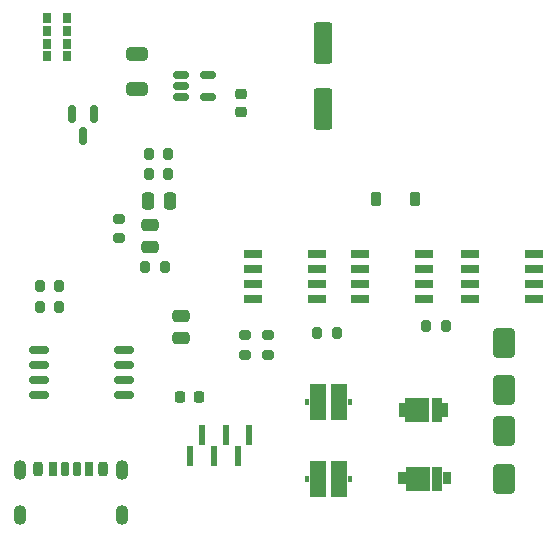
<source format=gbr>
%TF.GenerationSoftware,KiCad,Pcbnew,9.0.0*%
%TF.CreationDate,2025-03-05T18:06:52-05:00*%
%TF.ProjectId,LumiGuard,4c756d69-4775-4617-9264-2e6b69636164,Ing.IsmelArab*%
%TF.SameCoordinates,Original*%
%TF.FileFunction,Paste,Top*%
%TF.FilePolarity,Positive*%
%FSLAX46Y46*%
G04 Gerber Fmt 4.6, Leading zero omitted, Abs format (unit mm)*
G04 Created by KiCad (PCBNEW 9.0.0) date 2025-03-05 18:06:52*
%MOMM*%
%LPD*%
G01*
G04 APERTURE LIST*
G04 Aperture macros list*
%AMRoundRect*
0 Rectangle with rounded corners*
0 $1 Rounding radius*
0 $2 $3 $4 $5 $6 $7 $8 $9 X,Y pos of 4 corners*
0 Add a 4 corners polygon primitive as box body*
4,1,4,$2,$3,$4,$5,$6,$7,$8,$9,$2,$3,0*
0 Add four circle primitives for the rounded corners*
1,1,$1+$1,$2,$3*
1,1,$1+$1,$4,$5*
1,1,$1+$1,$6,$7*
1,1,$1+$1,$8,$9*
0 Add four rect primitives between the rounded corners*
20,1,$1+$1,$2,$3,$4,$5,0*
20,1,$1+$1,$4,$5,$6,$7,0*
20,1,$1+$1,$6,$7,$8,$9,0*
20,1,$1+$1,$8,$9,$2,$3,0*%
G04 Aperture macros list end*
%ADD10RoundRect,0.250000X-0.475000X0.250000X-0.475000X-0.250000X0.475000X-0.250000X0.475000X0.250000X0*%
%ADD11RoundRect,0.200000X0.200000X0.275000X-0.200000X0.275000X-0.200000X-0.275000X0.200000X-0.275000X0*%
%ADD12RoundRect,0.218750X-0.218750X-0.256250X0.218750X-0.256250X0.218750X0.256250X-0.218750X0.256250X0*%
%ADD13RoundRect,0.200000X-0.200000X-0.275000X0.200000X-0.275000X0.200000X0.275000X-0.200000X0.275000X0*%
%ADD14RoundRect,0.150000X-0.150000X0.587500X-0.150000X-0.587500X0.150000X-0.587500X0.150000X0.587500X0*%
%ADD15RoundRect,0.218750X-0.256250X0.218750X-0.256250X-0.218750X0.256250X-0.218750X0.256250X0.218750X0*%
%ADD16RoundRect,0.225000X-0.225000X-0.375000X0.225000X-0.375000X0.225000X0.375000X-0.225000X0.375000X0*%
%ADD17RoundRect,0.175000X-0.175000X-0.425000X0.175000X-0.425000X0.175000X0.425000X-0.175000X0.425000X0*%
%ADD18RoundRect,0.190000X0.190000X0.410000X-0.190000X0.410000X-0.190000X-0.410000X0.190000X-0.410000X0*%
%ADD19RoundRect,0.200000X0.200000X0.400000X-0.200000X0.400000X-0.200000X-0.400000X0.200000X-0.400000X0*%
%ADD20RoundRect,0.175000X0.175000X0.425000X-0.175000X0.425000X-0.175000X-0.425000X0.175000X-0.425000X0*%
%ADD21RoundRect,0.190000X-0.190000X-0.410000X0.190000X-0.410000X0.190000X0.410000X-0.190000X0.410000X0*%
%ADD22RoundRect,0.200000X-0.200000X-0.400000X0.200000X-0.400000X0.200000X0.400000X-0.200000X0.400000X0*%
%ADD23O,1.100000X1.700000*%
%ADD24RoundRect,0.162500X-0.650000X-0.162500X0.650000X-0.162500X0.650000X0.162500X-0.650000X0.162500X0*%
%ADD25R,1.525000X0.650000*%
%ADD26R,2.120000X2.100000*%
%ADD27R,0.920000X2.100000*%
%ADD28R,0.700000X1.122500*%
%ADD29R,0.760000X1.135000*%
%ADD30RoundRect,0.250000X-0.650000X0.325000X-0.650000X-0.325000X0.650000X-0.325000X0.650000X0.325000X0*%
%ADD31RoundRect,0.200000X0.275000X-0.200000X0.275000X0.200000X-0.275000X0.200000X-0.275000X-0.200000X0*%
%ADD32R,0.600000X1.750000*%
%ADD33RoundRect,0.250000X-0.650000X1.000000X-0.650000X-1.000000X0.650000X-1.000000X0.650000X1.000000X0*%
%ADD34R,0.725000X0.900000*%
%ADD35R,1.325000X3.150000*%
%ADD36R,0.450000X0.500000*%
%ADD37R,0.500000X1.150000*%
%ADD38RoundRect,0.250000X0.475000X-0.250000X0.475000X0.250000X-0.475000X0.250000X-0.475000X-0.250000X0*%
%ADD39RoundRect,0.250000X-0.250000X-0.475000X0.250000X-0.475000X0.250000X0.475000X-0.250000X0.475000X0*%
%ADD40RoundRect,0.150000X-0.512500X-0.150000X0.512500X-0.150000X0.512500X0.150000X-0.512500X0.150000X0*%
%ADD41RoundRect,0.200000X-0.275000X0.200000X-0.275000X-0.200000X0.275000X-0.200000X0.275000X0.200000X0*%
%ADD42RoundRect,0.250000X-0.550000X1.500000X-0.550000X-1.500000X0.550000X-1.500000X0.550000X1.500000X0*%
G04 APERTURE END LIST*
D10*
%TO.C,C7*%
X127400000Y-108400000D03*
X127400000Y-110300000D03*
%TD*%
D11*
%TO.C,R9*%
X143188000Y-117600000D03*
X141538000Y-117600000D03*
%TD*%
D12*
%TO.C,FB1*%
X129938000Y-123020000D03*
X131513000Y-123020000D03*
%TD*%
D13*
%TO.C,R5*%
X127300000Y-104150000D03*
X128950000Y-104150000D03*
%TD*%
D14*
%TO.C,D2*%
X122650000Y-99025000D03*
X120750000Y-99025000D03*
X121700000Y-100900000D03*
%TD*%
D15*
%TO.C,L2*%
X135100000Y-97325000D03*
X135100000Y-98900000D03*
%TD*%
D11*
%TO.C,R13*%
X128650000Y-111950000D03*
X127000000Y-111950000D03*
%TD*%
D16*
%TO.C,D1*%
X146550000Y-106200000D03*
X149850000Y-106200000D03*
%TD*%
D17*
%TO.C,J2*%
X120180000Y-129120000D03*
D18*
X122200000Y-129120000D03*
D19*
X123430000Y-129120000D03*
D20*
X121180000Y-129120000D03*
D21*
X119160000Y-129120000D03*
D22*
X117930000Y-129120000D03*
D23*
X116360000Y-129200000D03*
X116360000Y-133000000D03*
X125000000Y-129200000D03*
X125000000Y-133000000D03*
%TD*%
D24*
%TO.C,U3*%
X118025000Y-118990000D03*
X118025000Y-120260000D03*
X118025000Y-121530000D03*
X118025000Y-122800000D03*
X125200000Y-122800000D03*
X125200000Y-121530000D03*
X125200000Y-120260000D03*
X125200000Y-118990000D03*
%TD*%
D25*
%TO.C,Q3*%
X154476000Y-110900000D03*
X154476000Y-112170000D03*
X154476000Y-113440000D03*
X154476000Y-114710000D03*
X159900000Y-114710000D03*
X159900000Y-113440000D03*
X159900000Y-112170000D03*
X159900000Y-110900000D03*
%TD*%
D26*
%TO.C,LED4*%
X150085500Y-129900000D03*
D27*
X151685500Y-129900000D03*
D28*
X148695500Y-129868750D03*
D29*
X152495500Y-129850000D03*
%TD*%
D11*
%TO.C,R7*%
X119725000Y-115350000D03*
X118075000Y-115350000D03*
%TD*%
D30*
%TO.C,C8*%
X126300000Y-93950000D03*
X126300000Y-96900000D03*
%TD*%
D31*
%TO.C,R12*%
X135400000Y-119400000D03*
X135400000Y-117750000D03*
%TD*%
D11*
%TO.C,R6*%
X119725000Y-113600000D03*
X118075000Y-113600000D03*
%TD*%
D32*
%TO.C,SPI1*%
X130800000Y-127950000D03*
X131800000Y-126200000D03*
X132800000Y-127950000D03*
X133800000Y-126200000D03*
X134800000Y-127950000D03*
X135800000Y-126200000D03*
%TD*%
D11*
%TO.C,R8*%
X152425000Y-117000000D03*
X150775000Y-117000000D03*
%TD*%
D25*
%TO.C,Q1*%
X136076000Y-110930000D03*
X136076000Y-112200000D03*
X136076000Y-113470000D03*
X136076000Y-114740000D03*
X141500000Y-114740000D03*
X141500000Y-113470000D03*
X141500000Y-112200000D03*
X141500000Y-110930000D03*
%TD*%
D33*
%TO.C,D6*%
X157400500Y-125900000D03*
X157400500Y-129900000D03*
%TD*%
D34*
%TO.C,IC1*%
X120400000Y-94150000D03*
X120400000Y-93075000D03*
X120400000Y-92000000D03*
X120400000Y-90926000D03*
X118700000Y-90926000D03*
X118700000Y-92000000D03*
X118700000Y-93075000D03*
X118700000Y-94150000D03*
%TD*%
D35*
%TO.C,LED6*%
X141576000Y-129950000D03*
X143400000Y-129950000D03*
D36*
X140688000Y-129950000D03*
X144288000Y-129950000D03*
%TD*%
D25*
%TO.C,Q2*%
X145176000Y-110900000D03*
X145176000Y-112170000D03*
X145176000Y-113440000D03*
X145176000Y-114710000D03*
X150600000Y-114710000D03*
X150600000Y-113440000D03*
X150600000Y-112170000D03*
X150600000Y-110900000D03*
%TD*%
D26*
%TO.C,LED2*%
X150015500Y-124080000D03*
D27*
X151645500Y-124080000D03*
D37*
X148688000Y-124090000D03*
X152335500Y-124060000D03*
%TD*%
D31*
%TO.C,R11*%
X137400000Y-119400000D03*
X137400000Y-117750000D03*
%TD*%
D38*
%TO.C,C9*%
X130000000Y-118000000D03*
X130000000Y-116100000D03*
%TD*%
D35*
%TO.C,LED3*%
X141576000Y-123400000D03*
X143400000Y-123400000D03*
D36*
X140688000Y-123400000D03*
X144288000Y-123400000D03*
%TD*%
D13*
%TO.C,R4*%
X127300000Y-102400000D03*
X128950000Y-102400000D03*
%TD*%
D39*
%TO.C,C5*%
X127200000Y-106400000D03*
X129100000Y-106400000D03*
%TD*%
D40*
%TO.C,U1*%
X130025000Y-95700000D03*
X130025000Y-96650000D03*
X130025000Y-97600000D03*
X132300000Y-97600000D03*
X132300000Y-95700000D03*
%TD*%
D41*
%TO.C,R10*%
X124750000Y-107900000D03*
X124750000Y-109550000D03*
%TD*%
D42*
%TO.C,C1*%
X142000000Y-93000000D03*
X142000000Y-98600000D03*
%TD*%
D33*
%TO.C,D5*%
X157400000Y-118400000D03*
X157400000Y-122400000D03*
%TD*%
M02*

</source>
